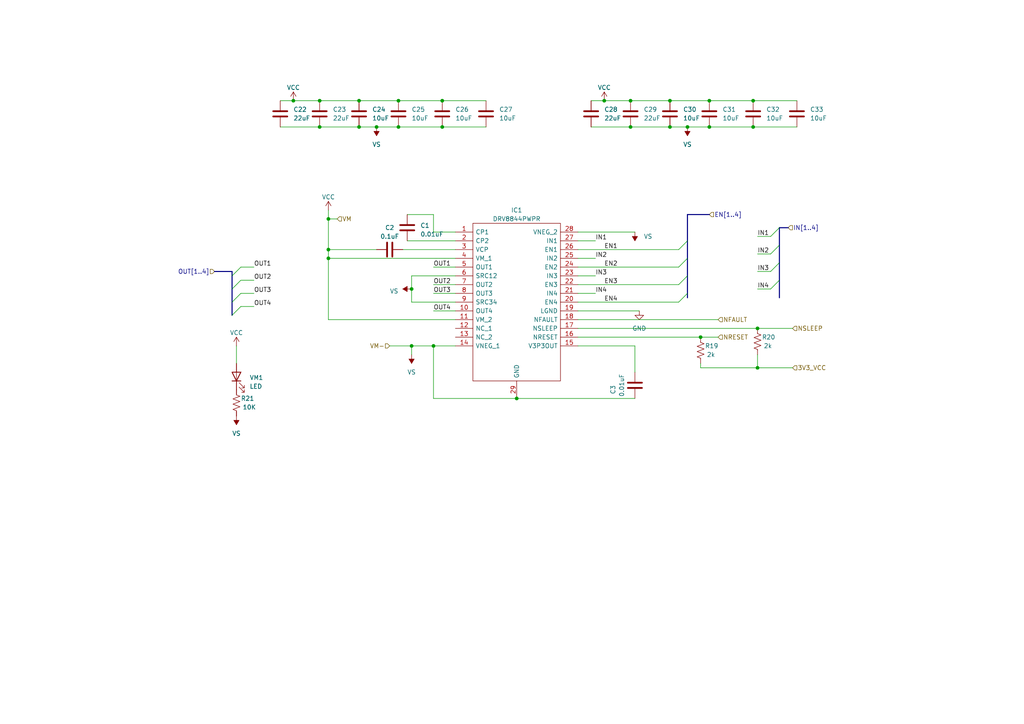
<source format=kicad_sch>
(kicad_sch (version 20231120) (generator "eeschema") (generator_version "8.0")
  (paper "A4")
  (lib_symbols
    (symbol "Device:C" (pin_numbers hide) (pin_names (offset 0.254))
      (property "Reference" "C" (at 0.635 2.54 0))
      (property "Value" "C" (at 0.635 -2.54 0))
      (symbol "C_0_1"
        (polyline (pts (xy -2.032 -0.762) (xy 2.032 -0.762)) (stroke (width 0.508)))
        (polyline (pts (xy -2.032 0.762) (xy 2.032 0.762)) (stroke (width 0.508)))
      )
      (symbol "C_1_1"
        (pin passive line (at 0 3.81 270) (length 2.794) (name "~") (number "1"))
        (pin passive line (at 0 -3.81 90) (length 2.794) (name "~") (number "2"))
      )
    )
    (symbol "Device:LED" (pin_numbers hide) (pin_names (offset 1.016) hide)
      (property "Reference" "D" (at 0 2.54 0))
      (property "Value" "LED" (at 0 -2.54 0))
      (symbol "LED_0_1"
        (polyline (pts (xy -1.27 -1.27) (xy -1.27 1.27)) (stroke (width 0.254)))
        (polyline (pts (xy -1.27 0) (xy 1.27 0)))
        (polyline (pts (xy 1.27 -1.27) (xy 1.27 1.27) (xy -1.27 0) (xy 1.27 -1.27)) (stroke (width 0.254)))
        (polyline (pts (xy -3.048 -0.762) (xy -4.572 -2.286) (xy -3.81 -2.286) (xy -4.572 -2.286) (xy -4.572 -1.524)))
        (polyline (pts (xy -1.778 -0.762) (xy -3.302 -2.286) (xy -2.54 -2.286) (xy -3.302 -2.286) (xy -3.302 -1.524)))
      )
      (symbol "LED_1_1"
        (pin passive line (at -3.81 0 0) (length 2.54) (name "K") (number "1"))
        (pin passive line (at 3.81 0 180) (length 2.54) (name "A") (number "2"))
      )
    )
    (symbol "Device:R_US" (pin_numbers hide) (pin_names (offset 0))
      (property "Reference" "R" (at 2.54 0 90))
      (property "Value" "R_US" (at -2.54 0 90))
      (symbol "R_US_0_1"
        (polyline (pts (xy 0 -2.286) (xy 0 -2.54)))
        (polyline (pts (xy 0 2.286) (xy 0 2.54)))
        (polyline (pts (xy 0 -0.762) (xy 1.016 -1.143) (xy 0 -1.524) (xy -1.016 -1.905) (xy 0 -2.286)))
        (polyline (pts (xy 0 0.762) (xy 1.016 0.381) (xy 0 0) (xy -1.016 -0.381) (xy 0 -0.762)))
        (polyline (pts (xy 0 2.286) (xy 1.016 1.905) (xy 0 1.524) (xy -1.016 1.143) (xy 0 0.762)))
      )
      (symbol "R_US_1_1"
        (pin passive line (at 0 3.81 270) (length 1.27) (name "~") (number "1"))
        (pin passive line (at 0 -3.81 90) (length 1.27) (name "~") (number "2"))
      )
    )
    (symbol "SamacSys_Parts:DRV8844PWPR" (pin_names (offset 0.762))
      (property "Reference" "IC" (at 31.75 7.62 0))
      (property "Value" "DRV8844PWPR" (at 31.75 5.08 0))
      (symbol "DRV8844PWPR_0_0"
        (pin passive line (at 0 0 0) (length 5.08) (name "CP1") (number "1"))
        (pin passive line (at 0 -22.86 0) (length 5.08) (name "OUT4") (number "10"))
        (pin passive line (at 0 -25.4 0) (length 5.08) (name "VM_2") (number "11"))
        (pin passive line (at 0 -27.94 0) (length 5.08) (name "NC_1") (number "12"))
        (pin passive line (at 0 -30.48 0) (length 5.08) (name "NC_2") (number "13"))
        (pin passive line (at 0 -33.02 0) (length 5.08) (name "VNEG_1") (number "14"))
        (pin passive line (at 35.56 -33.02 180) (length 5.08) (name "V3P3OUT") (number "15"))
        (pin passive line (at 35.56 -30.48 180) (length 5.08) (name "NRESET") (number "16"))
        (pin passive line (at 35.56 -27.94 180) (length 5.08) (name "NSLEEP") (number "17"))
        (pin passive line (at 35.56 -25.4 180) (length 5.08) (name "NFAULT") (number "18"))
        (pin passive line (at 35.56 -22.86 180) (length 5.08) (name "LGND") (number "19"))
        (pin passive line (at 0 -2.54 0) (length 5.08) (name "CP2") (number "2"))
        (pin passive line (at 35.56 -20.32 180) (length 5.08) (name "EN4") (number "20"))
        (pin passive line (at 35.56 -17.78 180) (length 5.08) (name "IN4") (number "21"))
        (pin passive line (at 35.56 -15.24 180) (length 5.08) (name "EN3") (number "22"))
        (pin passive line (at 35.56 -12.7 180) (length 5.08) (name "IN3") (number "23"))
        (pin passive line (at 35.56 -10.16 180) (length 5.08) (name "EN2") (number "24"))
        (pin passive line (at 35.56 -7.62 180) (length 5.08) (name "IN2") (number "25"))
        (pin passive line (at 35.56 -5.08 180) (length 5.08) (name "EN1") (number "26"))
        (pin passive line (at 35.56 -2.54 180) (length 5.08) (name "IN1") (number "27"))
        (pin passive line (at 35.56 0 180) (length 5.08) (name "VNEG_2") (number "28"))
        (pin passive line (at 17.78 -48.26 90) (length 5.08) (name "GND") (number "29"))
        (pin passive line (at 0 -5.08 0) (length 5.08) (name "VCP") (number "3"))
        (pin passive line (at 0 -7.62 0) (length 5.08) (name "VM_1") (number "4"))
        (pin passive line (at 0 -10.16 0) (length 5.08) (name "OUT1") (number "5"))
        (pin passive line (at 0 -12.7 0) (length 5.08) (name "SRC12") (number "6"))
        (pin passive line (at 0 -15.24 0) (length 5.08) (name "OUT2") (number "7"))
        (pin passive line (at 0 -17.78 0) (length 5.08) (name "OUT3") (number "8"))
        (pin passive line (at 0 -20.32 0) (length 5.08) (name "SRC34") (number "9"))
      )
      (symbol "DRV8844PWPR_0_1"
        (polyline (pts (xy 5.08 2.54) (xy 30.48 2.54) (xy 30.48 -43.18) (xy 5.08 -43.18) (xy 5.08 2.54)) (stroke (width 0.1524)))
      )
    )
    (symbol "power:GND" (power) (pin_names (offset 0))
      (property "Value" "GND" (at 0 -3.81 0))
      (symbol "GND_0_1"
        (polyline (pts (xy 0 0) (xy 0 -1.27) (xy 1.27 -1.27) (xy 0 -2.54) (xy -1.27 -1.27) (xy 0 -1.27)))
      )
      (symbol "GND_1_1"
        (pin power_in line (at 0 0 270) (length 0) hide (name "GND") (number "1"))
      )
    )
    (symbol "power:VCC" (power) (pin_names (offset 0))
      (property "Value" "VCC" (at 0 3.81 0))
      (symbol "VCC_0_1"
        (polyline (pts (xy -0.762 1.27) (xy 0 2.54)))
        (polyline (pts (xy 0 0) (xy 0 2.54)))
        (polyline (pts (xy 0 2.54) (xy 0.762 1.27)))
      )
      (symbol "VCC_1_1"
        (pin power_in line (at 0 0 90) (length 0) hide (name "VCC") (number "1"))
      )
    )
    (symbol "power:VS" (power) (pin_names (offset 0))
      (property "Value" "VS" (at 0 3.81 0))
      (symbol "VS_0_1"
        (polyline (pts (xy 0 0) (xy 0 2.54)))
        (polyline (pts (xy 0.762 1.27) (xy -0.762 1.27) (xy 0 2.54) (xy 0.762 1.27)) (fill (type outline)))
      )
      (symbol "VS_1_1"
        (pin power_in line (at 0 0 90) (length 0) hide (name "VS") (number "1"))
      )
    )
  )
  (junction (at 95.25 72.39))
  (junction (at 182.88 36.83))
  (junction (at 115.57 36.83))
  (junction (at 218.44 36.83))
  (junction (at 219.71 95.25))
  (junction (at 92.71 36.83))
  (junction (at 119.38 100.33))
  (junction (at 125.73 100.33))
  (junction (at 203.2 97.79))
  (junction (at 104.14 29.21))
  (junction (at 128.27 29.21))
  (junction (at 115.57 29.21))
  (junction (at 92.71 29.21))
  (junction (at 219.71 106.68))
  (junction (at 149.86 115.57))
  (junction (at 95.25 74.93))
  (junction (at 175.26 29.21))
  (junction (at 85.09 29.21))
  (junction (at 218.44 29.21))
  (junction (at 205.74 29.21))
  (junction (at 128.27 36.83))
  (junction (at 205.74 36.83))
  (junction (at 95.25 63.5))
  (junction (at 119.38 83.82))
  (junction (at 109.22 36.83))
  (junction (at 182.88 29.21))
  (junction (at 194.31 36.83))
  (junction (at 104.14 36.83))
  (junction (at 199.39 36.83))
  (junction (at 194.31 29.21))
  (bus_entry (at 199.39 85.09) (size -2.54 2.54))
  (bus_entry (at 199.39 69.85) (size -2.54 2.54))
  (bus_entry (at 199.39 74.93) (size -2.54 2.54))
  (bus_entry (at 67.31 83.82) (size 2.54 -2.54))
  (bus_entry (at 67.31 80.01) (size 2.54 -2.54))
  (bus_entry (at 199.39 80.01) (size -2.54 2.54))
  (bus_entry (at 226.06 81.28) (size -2.54 2.54))
  (bus_entry (at 67.31 91.44) (size 2.54 -2.54))
  (bus_entry (at 67.31 87.63) (size 2.54 -2.54))
  (bus_entry (at 226.06 76.2) (size -2.54 2.54))
  (bus_entry (at 226.06 71.12) (size -2.54 2.54))
  (bus_entry (at 226.06 66.04) (size -2.54 2.54))
  (bus (pts (xy 226.06 66.04) (xy 226.06 71.12)))
  (bus (pts (xy 199.39 62.23) (xy 199.39 69.85)))
  (wire (pts (xy 115.57 29.21) (xy 128.27 29.21)))
  (wire (pts (xy 167.64 77.47) (xy 196.85 77.47)))
  (wire (pts (xy 92.71 29.21) (xy 104.14 29.21)))
  (wire (pts (xy 104.14 29.21) (xy 115.57 29.21)))
  (wire (pts (xy 167.64 85.09) (xy 172.72 85.09)))
  (bus (pts (xy 67.31 87.63) (xy 67.31 91.44)))
  (bus (pts (xy 199.39 62.23) (xy 205.74 62.23)))
  (wire (pts (xy 171.45 29.21) (xy 175.26 29.21)))
  (wire (pts (xy 125.73 115.57) (xy 149.86 115.57)))
  (wire (pts (xy 81.28 29.21) (xy 85.09 29.21)))
  (bus (pts (xy 199.39 74.93) (xy 199.39 80.01)))
  (bus (pts (xy 199.39 80.01) (xy 199.39 85.09)))
  (wire (pts (xy 119.38 87.63) (xy 132.08 87.63)))
  (wire (pts (xy 116.84 72.39) (xy 132.08 72.39)))
  (wire (pts (xy 167.64 74.93) (xy 172.72 74.93)))
  (wire (pts (xy 125.73 115.57) (xy 125.73 100.33)))
  (bus (pts (xy 226.06 66.04) (xy 228.6 66.04)))
  (bus (pts (xy 62.23 78.74) (xy 67.31 78.74)))
  (wire (pts (xy 119.38 100.33) (xy 125.73 100.33)))
  (wire (pts (xy 175.26 29.21) (xy 182.88 29.21)))
  (wire (pts (xy 119.38 102.87) (xy 119.38 100.33)))
  (wire (pts (xy 167.64 69.85) (xy 172.72 69.85)))
  (wire (pts (xy 205.74 29.21) (xy 218.44 29.21)))
  (wire (pts (xy 167.64 72.39) (xy 196.85 72.39)))
  (wire (pts (xy 113.03 100.33) (xy 119.38 100.33)))
  (wire (pts (xy 167.64 100.33) (xy 184.15 100.33)))
  (wire (pts (xy 118.11 69.85) (xy 132.08 69.85)))
  (wire (pts (xy 167.64 90.17) (xy 185.42 90.17)))
  (wire (pts (xy 203.2 106.68) (xy 219.71 106.68)))
  (wire (pts (xy 119.38 80.01) (xy 119.38 83.82)))
  (wire (pts (xy 95.25 72.39) (xy 109.22 72.39)))
  (wire (pts (xy 219.71 102.87) (xy 219.71 106.68)))
  (wire (pts (xy 219.71 106.68) (xy 229.87 106.68)))
  (bus (pts (xy 226.06 81.28) (xy 226.06 86.36)))
  (wire (pts (xy 219.71 73.66) (xy 223.52 73.66)))
  (wire (pts (xy 199.39 36.83) (xy 205.74 36.83)))
  (bus (pts (xy 226.06 71.12) (xy 226.06 76.2)))
  (wire (pts (xy 97.79 63.5) (xy 95.25 63.5)))
  (wire (pts (xy 109.22 36.83) (xy 115.57 36.83)))
  (wire (pts (xy 149.86 115.57) (xy 184.15 115.57)))
  (bus (pts (xy 226.06 76.2) (xy 226.06 81.28)))
  (wire (pts (xy 218.44 36.83) (xy 231.14 36.83)))
  (wire (pts (xy 219.71 78.74) (xy 223.52 78.74)))
  (wire (pts (xy 125.73 62.23) (xy 118.11 62.23)))
  (wire (pts (xy 219.71 95.25) (xy 229.87 95.25)))
  (bus (pts (xy 199.39 69.85) (xy 199.39 74.93)))
  (wire (pts (xy 68.58 100.33) (xy 68.58 105.41)))
  (wire (pts (xy 125.73 77.47) (xy 132.08 77.47)))
  (wire (pts (xy 167.64 80.01) (xy 172.72 80.01)))
  (wire (pts (xy 125.73 100.33) (xy 132.08 100.33)))
  (wire (pts (xy 128.27 36.83) (xy 140.97 36.83)))
  (wire (pts (xy 95.25 63.5) (xy 95.25 72.39)))
  (wire (pts (xy 182.88 36.83) (xy 194.31 36.83)))
  (wire (pts (xy 85.09 29.21) (xy 92.71 29.21)))
  (wire (pts (xy 125.73 85.09) (xy 132.08 85.09)))
  (wire (pts (xy 95.25 60.96) (xy 95.25 63.5)))
  (wire (pts (xy 132.08 67.31) (xy 125.73 67.31)))
  (bus (pts (xy 199.39 85.09) (xy 199.39 86.36)))
  (wire (pts (xy 171.45 36.83) (xy 182.88 36.83)))
  (wire (pts (xy 132.08 80.01) (xy 119.38 80.01)))
  (wire (pts (xy 95.25 74.93) (xy 95.25 92.71)))
  (wire (pts (xy 95.25 74.93) (xy 132.08 74.93)))
  (wire (pts (xy 125.73 67.31) (xy 125.73 62.23)))
  (wire (pts (xy 69.85 88.9) (xy 73.66 88.9)))
  (wire (pts (xy 205.74 36.83) (xy 218.44 36.83)))
  (wire (pts (xy 95.25 72.39) (xy 95.25 74.93)))
  (wire (pts (xy 218.44 29.21) (xy 231.14 29.21)))
  (wire (pts (xy 203.2 97.79) (xy 208.28 97.79)))
  (wire (pts (xy 194.31 29.21) (xy 205.74 29.21)))
  (bus (pts (xy 67.31 78.74) (xy 67.31 80.01)))
  (wire (pts (xy 203.2 105.41) (xy 203.2 106.68)))
  (wire (pts (xy 219.71 83.82) (xy 223.52 83.82)))
  (wire (pts (xy 184.15 100.33) (xy 184.15 107.95)))
  (wire (pts (xy 95.25 92.71) (xy 132.08 92.71)))
  (wire (pts (xy 69.85 81.28) (xy 73.66 81.28)))
  (wire (pts (xy 115.57 36.83) (xy 128.27 36.83)))
  (bus (pts (xy 67.31 83.82) (xy 67.31 87.63)))
  (wire (pts (xy 69.85 77.47) (xy 73.66 77.47)))
  (wire (pts (xy 167.64 92.71) (xy 208.28 92.71)))
  (wire (pts (xy 104.14 36.83) (xy 109.22 36.83)))
  (wire (pts (xy 125.73 82.55) (xy 132.08 82.55)))
  (wire (pts (xy 125.73 90.17) (xy 132.08 90.17)))
  (wire (pts (xy 119.38 83.82) (xy 119.38 87.63)))
  (wire (pts (xy 81.28 36.83) (xy 92.71 36.83)))
  (wire (pts (xy 194.31 36.83) (xy 199.39 36.83)))
  (wire (pts (xy 167.64 97.79) (xy 203.2 97.79)))
  (wire (pts (xy 69.85 85.09) (xy 73.66 85.09)))
  (wire (pts (xy 219.71 68.58) (xy 223.52 68.58)))
  (wire (pts (xy 167.64 87.63) (xy 196.85 87.63)))
  (wire (pts (xy 167.64 82.55) (xy 196.85 82.55)))
  (wire (pts (xy 92.71 36.83) (xy 104.14 36.83)))
  (wire (pts (xy 184.15 67.31) (xy 167.64 67.31)))
  (bus (pts (xy 67.31 80.01) (xy 67.31 83.82)))
  (wire (pts (xy 182.88 29.21) (xy 194.31 29.21)))
  (wire (pts (xy 128.27 29.21) (xy 140.97 29.21)))
  (wire (pts (xy 167.64 95.25) (xy 219.71 95.25)))
  (label "IN3" (at 219.71 78.74 0))
  (label "OUT3" (at 73.66 85.09 0))
  (label "IN4" (at 219.71 83.82 0))
  (label "OUT3" (at 125.73 85.09 0))
  (label "IN4" (at 172.72 85.09 0))
  (label "IN1" (at 172.72 69.85 0))
  (label "OUT1" (at 73.66 77.47 0))
  (label "OUT1" (at 125.73 77.47 0))
  (label "EN2" (at 175.26 77.47 0))
  (label "OUT2" (at 73.66 81.28 0))
  (label "OUT4" (at 73.66 88.9 0))
  (label "IN2" (at 172.72 74.93 0))
  (label "EN4" (at 175.26 87.63 0))
  (label "EN1" (at 175.26 72.39 0))
  (label "IN3" (at 172.72 80.01 0))
  (label "IN2" (at 219.71 73.66 0))
  (label "OUT4" (at 125.73 90.17 0))
  (label "OUT2" (at 125.73 82.55 0))
  (label "EN3" (at 175.26 82.55 0))
  (label "IN1" (at 219.71 68.58 0))
  (hierarchical_label "NFAULT" (shape input) (at 208.28 92.71 0))
  (hierarchical_label "VM" (shape input) (at 97.79 63.5 0))
  (hierarchical_label "NSLEEP" (shape input) (at 229.87 95.25 0))
  (hierarchical_label "EN[1..4]" (shape input) (at 205.74 62.23 0))
  (hierarchical_label "IN[1..4]" (shape input) (at 228.6 66.04 0))
  (hierarchical_label "NRESET" (shape input) (at 208.28 97.79 0))
  (hierarchical_label "3V3_VCC" (shape input) (at 229.87 106.68 0))
  (hierarchical_label "VM-" (shape input) (at 113.03 100.33 180))
  (hierarchical_label "OUT[1..4]" (shape input) (at 62.23 78.74 180))
  (symbol (lib_id "Device:C") (at 104.14 33.02 0) (unit 1)
    (property "Reference" "C24" (at 107.95 31.7499 0) (effects (justify left)))
    (property "Value" "10uF" (at 107.95 34.2899 0) (effects (justify left)))
    (property "Footprint" "Capacitor_SMD:C_0603_1608Metric" (effects (hide yes)))
    (property "Description" "Unpolarized capacitor" (effects (hide yes)))
  )
  (symbol (lib_id "power:VCC") (at 85.09 29.21 0) (unit 1)
    (property "Reference" "#PWR034" (effects (hide yes)))
    (property "Value" "VCC" (at 85.09 25.4 0))
  )
  (symbol (lib_id "SamacSys_Parts:DRV8844PWPR") (at 132.08 67.31 0) (unit 1)
    (property "Reference" "IC1" (at 149.86 60.96 0))
    (property "Value" "DRV8844PWPR" (at 149.86 63.5 0))
    (property "Footprint" "SamacSys_Parts:SOP65P640X120-29N" (effects (hide yes)))
    (property "Datasheet" "http://www.ti.com/lit/ds/symlink/drv8844.pdf" (effects (hide yes)))
    (property "Description" "5A Brushed DC motor or Quad 1.75A Solenoid/Relay Driver with +/-30V split supply support (PWM Ctrl)" (effects (hide yes)))
    (property "Height" "1.2" (effects (hide yes)))
    (property "Mouser Part Number" "595-DRV8844PWPR" (effects (hide yes)))
    (property "Mouser Price/Stock" "https://www.mouser.co.uk/ProductDetail/Texas-Instruments/DRV8844PWPR?qs=iFaFN7AS2WEXEW9hJoBJ0g%3D%3D" (effects (hide yes)))
    (property "Manufacturer_Name" "Texas Instruments" (effects (hide yes)))
    (property "Manufacturer_Part_Number" "DRV8844PWPR" (effects (hide yes)))
    (property "LCSC" " C177807" (effects (hide yes)))
    (property "LCSC Part" " C177807" (effects (hide yes)))
    (property "LCSC Part Number" " C177807" (effects (hide yes)))
  )
  (symbol (lib_id "Device:C") (at 128.27 33.02 0) (unit 1)
    (property "Reference" "C26" (at 132.08 31.7499 0) (effects (justify left)))
    (property "Value" "10uF" (at 132.08 34.2899 0) (effects (justify left)))
    (property "Footprint" "Capacitor_SMD:C_0603_1608Metric" (effects (hide yes)))
    (property "Description" "Unpolarized capacitor" (effects (hide yes)))
  )
  (symbol (lib_id "power:VS") (at 68.58 120.65 180) (unit 1)
    (property "Reference" "#PWR030" (effects (hide yes)))
    (property "Value" "VS" (at 68.58 125.73 0))
  )
  (symbol (lib_id "Device:C") (at 113.03 72.39 90) (unit 1)
    (property "Reference" "C2" (at 113.03 66.04 90))
    (property "Value" "0.1uF" (at 113.03 68.58 90))
    (property "Footprint" "Capacitor_SMD:C_0603_1608Metric_Pad1.08x0.95mm_HandSolder" (effects (hide yes)))
    (property "Voltage Rating" "100V" (effects (hide yes)))
  )
  (symbol (lib_id "power:VS") (at 184.15 67.31 180) (unit 1)
    (property "Reference" "#PWR05" (effects (hide yes)))
    (property "Value" "VS" (at 187.96 68.58 0))
  )
  (symbol (lib_id "Device:C") (at 184.15 111.76 180) (unit 1)
    (property "Reference" "C3" (at 177.8 113.03 90))
    (property "Value" "0.01uF" (at 180.34 111.76 90))
    (property "Footprint" "Capacitor_SMD:C_0603_1608Metric_Pad1.08x0.95mm_HandSolder" (effects (hide yes)))
    (property "Voltage Rating" "100V" (effects (hide yes)))
  )
  (symbol (lib_id "Device:C") (at 194.31 33.02 0) (unit 1)
    (property "Reference" "C30" (at 198.12 31.7499 0) (effects (justify left)))
    (property "Value" "10uF" (at 198.12 34.2899 0) (effects (justify left)))
    (property "Footprint" "Capacitor_SMD:C_0603_1608Metric" (effects (hide yes)))
    (property "Description" "Unpolarized capacitor" (effects (hide yes)))
  )
  (symbol (lib_id "Device:C") (at 140.97 33.02 0) (unit 1)
    (property "Reference" "C27" (at 144.78 31.7499 0) (effects (justify left)))
    (property "Value" "10uF" (at 144.78 34.2899 0) (effects (justify left)))
    (property "Footprint" "Capacitor_SMD:C_0603_1608Metric" (effects (hide yes)))
    (property "Description" "Unpolarized capacitor" (effects (hide yes)))
  )
  (symbol (lib_id "power:VS") (at 119.38 102.87 180) (unit 1)
    (property "Reference" "#PWR02" (effects (hide yes)))
    (property "Value" "VS" (at 119.38 107.95 0))
  )
  (symbol (lib_id "power:GND") (at 185.42 90.17 0) (unit 1)
    (property "Reference" "#PWR04" (effects (hide yes)))
    (property "Value" "GND" (at 185.42 95.25 0))
  )
  (symbol (lib_id "Device:R_US") (at 219.71 99.06 180) (unit 1)
    (property "Reference" "R20" (at 220.98 97.79 0) (effects (justify right)))
    (property "Value" "2k" (at 221.488 100.33 0) (effects (justify right)))
    (property "Footprint" "Resistor_SMD:R_0603_1608Metric" (effects (hide yes)))
    (property "Description" "Resistor, US symbol" (effects (hide yes)))
    (property "LCSC" "C217936" (effects (hide yes)))
    (property "LCSC Part" "C217936" (effects (hide yes)))
    (property "LCSC Part Number" "C217936" (effects (hide yes)))
  )
  (symbol (lib_id "Device:C") (at 231.14 33.02 0) (unit 1)
    (property "Reference" "C33" (at 234.95 31.7499 0) (effects (justify left)))
    (property "Value" "10uF" (at 234.95 34.2899 0) (effects (justify left)))
    (property "Footprint" "Capacitor_SMD:C_0603_1608Metric" (effects (hide yes)))
    (property "Description" "Unpolarized capacitor" (effects (hide yes)))
  )
  (symbol (lib_id "Device:C") (at 182.88 33.02 0) (unit 1)
    (property "Reference" "C29" (at 186.69 31.7499 0) (effects (justify left)))
    (property "Value" "22uF" (at 186.69 34.2899 0) (effects (justify left)))
    (property "Footprint" "Capacitor_SMD:C_0603_1608Metric" (effects (hide yes)))
    (property "Description" "Unpolarized capacitor" (effects (hide yes)))
  )
  (symbol (lib_id "Device:C") (at 115.57 33.02 0) (unit 1)
    (property "Reference" "C25" (at 119.38 31.7499 0) (effects (justify left)))
    (property "Value" "10uF" (at 119.38 34.2899 0) (effects (justify left)))
    (property "Footprint" "Capacitor_SMD:C_0603_1608Metric" (effects (hide yes)))
    (property "Description" "Unpolarized capacitor" (effects (hide yes)))
  )
  (symbol (lib_id "Device:R_US") (at 68.58 116.84 180) (unit 1)
    (property "Reference" "R21" (at 69.85 115.57 0) (effects (justify right)))
    (property "Value" "10K" (at 70.358 118.11 0) (effects (justify right)))
    (property "Footprint" "Resistor_SMD:R_0603_1608Metric" (effects (hide yes)))
    (property "Description" "Resistor, US symbol" (effects (hide yes)))
    (property "LCSC" "C469659" (effects (hide yes)))
    (property "LCSC Part" "C469659" (effects (hide yes)))
    (property "LCSC Part Number" "C469659" (effects (hide yes)))
  )
  (symbol (lib_id "Device:R_US") (at 203.2 101.6 180) (unit 1)
    (property "Reference" "R19" (at 204.47 100.33 0) (effects (justify right)))
    (property "Value" "2k" (at 204.978 102.87 0) (effects (justify right)))
    (property "Footprint" "Resistor_SMD:R_0603_1608Metric" (effects (hide yes)))
    (property "Description" "Resistor, US symbol" (effects (hide yes)))
    (property "LCSC" "C217936" (effects (hide yes)))
    (property "LCSC Part" "C217936" (effects (hide yes)))
    (property "LCSC Part Number" "C217936" (effects (hide yes)))
  )
  (symbol (lib_id "power:VS") (at 109.22 36.83 180) (unit 1)
    (property "Reference" "#PWR035" (effects (hide yes)))
    (property "Value" "VS" (at 109.22 41.91 0))
  )
  (symbol (lib_id "power:VCC") (at 175.26 29.21 0) (unit 1)
    (property "Reference" "#PWR036" (effects (hide yes)))
    (property "Value" "VCC" (at 175.26 25.4 0))
  )
  (symbol (lib_id "Device:C") (at 218.44 33.02 0) (unit 1)
    (property "Reference" "C32" (at 222.25 31.7499 0) (effects (justify left)))
    (property "Value" "10uF" (at 222.25 34.2899 0) (effects (justify left)))
    (property "Footprint" "Capacitor_SMD:C_0603_1608Metric" (effects (hide yes)))
    (property "Description" "Unpolarized capacitor" (effects (hide yes)))
  )
  (symbol (lib_id "Device:C") (at 118.11 66.04 0) (unit 1)
    (property "Reference" "C1" (at 121.92 65.405 0) (effects (justify left)))
    (property "Value" "0.01uF" (at 121.92 67.945 0) (effects (justify left)))
    (property "Footprint" "Capacitor_SMD:C_0603_1608Metric_Pad1.08x0.95mm_HandSolder" (effects (hide yes)))
    (property "Voltage Rating" "100V" (effects (hide yes)))
  )
  (symbol (lib_id "power:VCC") (at 68.58 100.33 0) (unit 1)
    (property "Reference" "#PWR031" (effects (hide yes)))
    (property "Value" "VCC" (at 68.58 96.52 0))
  )
  (symbol (lib_id "power:VS") (at 119.38 83.82 90) (unit 1)
    (property "Reference" "#PWR03" (effects (hide yes)))
    (property "Value" "VS" (at 115.57 84.455 90) (effects (justify left)))
  )
  (symbol (lib_id "Device:LED") (at 68.58 109.22 90) (unit 1)
    (property "Reference" "VM1" (at 72.39 109.5374 90) (effects (justify right)))
    (property "Value" "LED" (at 72.39 112.0774 90) (effects (justify right)))
    (property "Footprint" "LED_SMD:LED_0603_1608Metric" (effects (hide yes)))
    (property "Description" "Light emitting diode" (effects (hide yes)))
  )
  (symbol (lib_id "power:VS") (at 199.39 36.83 180) (unit 1)
    (property "Reference" "#PWR037" (effects (hide yes)))
    (property "Value" "VS" (at 199.39 41.91 0))
  )
  (symbol (lib_id "Device:C") (at 205.74 33.02 0) (unit 1)
    (property "Reference" "C31" (at 209.55 31.7499 0) (effects (justify left)))
    (property "Value" "10uF" (at 209.55 34.2899 0) (effects (justify left)))
    (property "Footprint" "Capacitor_SMD:C_0603_1608Metric" (effects (hide yes)))
    (property "Description" "Unpolarized capacitor" (effects (hide yes)))
  )
  (symbol (lib_id "Device:C") (at 171.45 33.02 0) (unit 1)
    (property "Reference" "C28" (at 175.26 31.7499 0) (effects (justify left)))
    (property "Value" "22uF" (at 175.26 34.2899 0) (effects (justify left)))
    (property "Footprint" "Capacitor_SMD:C_0603_1608Metric" (effects (hide yes)))
    (property "Description" "Unpolarized capacitor" (effects (hide yes)))
  )
  (symbol (lib_id "Device:C") (at 81.28 33.02 0) (unit 1)
    (property "Reference" "C22" (at 85.09 31.7499 0) (effects (justify left)))
    (property "Value" "22uF" (at 85.09 34.2899 0) (effects (justify left)))
    (property "Footprint" "Capacitor_SMD:C_0603_1608Metric" (effects (hide yes)))
    (property "Description" "Unpolarized capacitor" (effects (hide yes)))
  )
  (symbol (lib_id "Device:C") (at 92.71 33.02 0) (unit 1)
    (property "Reference" "C23" (at 96.52 31.7499 0) (effects (justify left)))
    (property "Value" "22uF" (at 96.52 34.2899 0) (effects (justify left)))
    (property "Footprint" "Capacitor_SMD:C_0603_1608Metric" (effects (hide yes)))
    (property "Description" "Unpolarized capacitor" (effects (hide yes)))
  )
  (symbol (lib_id "power:VCC") (at 95.25 60.96 0) (unit 1)
    (property "Reference" "#PWR01" (effects (hide yes)))
    (property "Value" "VCC" (at 95.25 57.15 0))
  )
)
</source>
